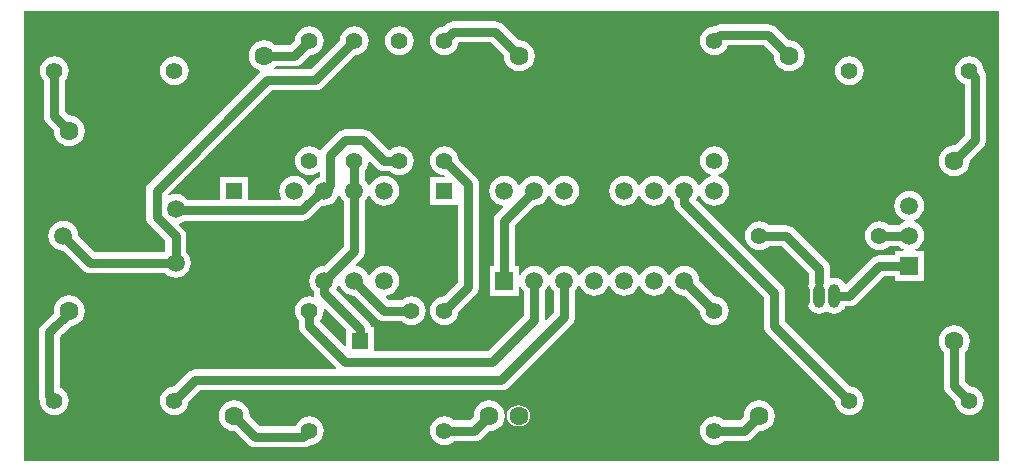
<source format=gbl>
%FSLAX24Y24*%
%MOIN*%
G70*
G01*
G75*
G04 Layer_Physical_Order=2*
G04 Layer_Color=16711680*
%ADD10C,0.0300*%
%ADD11C,0.0630*%
%ADD12C,0.0551*%
%ADD13C,0.0591*%
%ADD14R,0.0591X0.0591*%
%ADD15C,0.0532*%
%ADD16R,0.0532X0.0532*%
%ADD17O,0.0394X0.0787*%
%ADD18O,0.0394X0.0787*%
%ADD19C,0.0591*%
%ADD20R,0.0591X0.0591*%
G36*
X52500Y24000D02*
X20000D01*
Y39000D01*
X52500D01*
Y24000D01*
D02*
G37*
%LPC*%
G36*
X51000Y28519D02*
X50866Y28502D01*
X50740Y28450D01*
X50633Y28367D01*
X50550Y28260D01*
X50498Y28134D01*
X50481Y28000D01*
X50498Y27866D01*
X50550Y27740D01*
X50633Y27633D01*
X50647Y27622D01*
Y26500D01*
X50659Y26409D01*
X50694Y26323D01*
X50750Y26250D01*
X51023Y25977D01*
X51037Y25876D01*
X51085Y25760D01*
X51161Y25661D01*
X51260Y25585D01*
X51376Y25537D01*
X51500Y25520D01*
X51624Y25537D01*
X51740Y25585D01*
X51839Y25661D01*
X51915Y25760D01*
X51963Y25876D01*
X51980Y26000D01*
X51963Y26124D01*
X51915Y26240D01*
X51839Y26339D01*
X51740Y26415D01*
X51624Y26463D01*
X51523Y26477D01*
X51353Y26646D01*
Y27622D01*
X51367Y27633D01*
X51450Y27740D01*
X51502Y27866D01*
X51519Y28000D01*
X51502Y28134D01*
X51450Y28260D01*
X51367Y28367D01*
X51260Y28450D01*
X51134Y28502D01*
X51000Y28519D01*
D02*
G37*
G36*
X21500Y29519D02*
X21366Y29502D01*
X21240Y29450D01*
X21133Y29367D01*
X21050Y29260D01*
X20998Y29134D01*
X20981Y29000D01*
X20990Y28930D01*
X20585Y28525D01*
X20529Y28452D01*
X20494Y28367D01*
X20482Y28275D01*
Y26165D01*
X20494Y26074D01*
X20521Y26008D01*
X20520Y26000D01*
X20537Y25876D01*
X20585Y25760D01*
X20661Y25661D01*
X20760Y25585D01*
X20876Y25537D01*
X21000Y25520D01*
X21124Y25537D01*
X21240Y25585D01*
X21339Y25661D01*
X21415Y25760D01*
X21463Y25876D01*
X21480Y26000D01*
X21463Y26124D01*
X21415Y26240D01*
X21339Y26339D01*
X21240Y26415D01*
X21188Y26437D01*
Y28129D01*
X21545Y28487D01*
X21634Y28498D01*
X21760Y28550D01*
X21867Y28633D01*
X21950Y28740D01*
X22002Y28866D01*
X22019Y29000D01*
X22002Y29134D01*
X21950Y29260D01*
X21867Y29367D01*
X21760Y29450D01*
X21634Y29502D01*
X21500Y29519D01*
D02*
G37*
G36*
X49500Y33000D02*
X49371Y32983D01*
X49250Y32933D01*
X49147Y32853D01*
X49067Y32750D01*
X49017Y32629D01*
X49000Y32500D01*
X49017Y32371D01*
X49067Y32250D01*
X49147Y32147D01*
X49250Y32067D01*
X49353Y32025D01*
Y31975D01*
X49250Y31933D01*
X49147Y31853D01*
X49147Y31853D01*
X48821D01*
X48740Y31915D01*
X48624Y31963D01*
X48500Y31980D01*
X48376Y31963D01*
X48260Y31915D01*
X48161Y31839D01*
X48085Y31740D01*
X48037Y31624D01*
X48020Y31500D01*
X48037Y31376D01*
X48085Y31260D01*
X48161Y31161D01*
X48260Y31085D01*
X48376Y31037D01*
X48500Y31020D01*
X48624Y31037D01*
X48740Y31085D01*
X48821Y31147D01*
X49147D01*
X49147Y31147D01*
X49250Y31067D01*
X49306Y31044D01*
X49296Y30995D01*
X49005D01*
Y30853D01*
X48500D01*
X48500Y30853D01*
X48409Y30841D01*
X48323Y30806D01*
X48250Y30750D01*
X47396Y29895D01*
X47346Y29898D01*
X47283Y29980D01*
X47200Y30043D01*
X47104Y30083D01*
X47000Y30097D01*
X46896Y30083D01*
X46895Y30083D01*
X46853Y30111D01*
Y30400D01*
X46841Y30491D01*
X46806Y30577D01*
X46750Y30650D01*
X45650Y31750D01*
X45577Y31806D01*
X45491Y31841D01*
X45400Y31853D01*
X44821D01*
X44740Y31915D01*
X44624Y31963D01*
X44500Y31980D01*
X44376Y31963D01*
X44260Y31915D01*
X44161Y31839D01*
X44085Y31740D01*
X44037Y31624D01*
X44020Y31500D01*
X44037Y31376D01*
X44085Y31260D01*
X44161Y31161D01*
X44260Y31085D01*
X44376Y31037D01*
X44500Y31020D01*
X44624Y31037D01*
X44740Y31085D01*
X44821Y31147D01*
X45254D01*
X46147Y30254D01*
Y29970D01*
X46156Y29901D01*
X46153Y29897D01*
X46113Y29800D01*
X46100Y29697D01*
Y29303D01*
X46113Y29200D01*
X46153Y29103D01*
X46217Y29020D01*
X46300Y28956D01*
X46396Y28917D01*
X46500Y28903D01*
X46604Y28917D01*
X46700Y28956D01*
X46750Y28995D01*
X46800Y28956D01*
X46896Y28917D01*
X47000Y28903D01*
X47104Y28917D01*
X47200Y28956D01*
X47283Y29020D01*
X47347Y29103D01*
X47365Y29147D01*
X47500D01*
X47591Y29159D01*
X47677Y29194D01*
X47750Y29250D01*
X47750Y29250D01*
X47750Y29250D01*
X48646Y30147D01*
X49005D01*
Y30005D01*
X49995D01*
Y30995D01*
X49704D01*
X49694Y31044D01*
X49750Y31067D01*
X49853Y31147D01*
X49933Y31250D01*
X49983Y31371D01*
X50000Y31500D01*
X49983Y31629D01*
X49933Y31750D01*
X49853Y31853D01*
X49750Y31933D01*
X49647Y31975D01*
Y32025D01*
X49750Y32067D01*
X49853Y32147D01*
X49933Y32250D01*
X49983Y32371D01*
X50000Y32500D01*
X49983Y32629D01*
X49933Y32750D01*
X49853Y32853D01*
X49750Y32933D01*
X49629Y32983D01*
X49500Y33000D01*
D02*
G37*
G36*
X34000Y34480D02*
X33876Y34463D01*
X33760Y34415D01*
X33661Y34339D01*
X33585Y34240D01*
X33537Y34124D01*
X33520Y34000D01*
X33537Y33876D01*
X33585Y33760D01*
X33661Y33661D01*
X33760Y33585D01*
X33876Y33537D01*
X33983Y33523D01*
X34008Y33479D01*
X33996Y33450D01*
X33534D01*
Y32518D01*
X34447D01*
Y29946D01*
X33977Y29477D01*
X33876Y29463D01*
X33760Y29415D01*
X33661Y29339D01*
X33585Y29240D01*
X33537Y29124D01*
X33520Y29000D01*
X33537Y28876D01*
X33585Y28760D01*
X33661Y28661D01*
X33760Y28585D01*
X33876Y28537D01*
X34000Y28520D01*
X34124Y28537D01*
X34240Y28585D01*
X34339Y28661D01*
X34415Y28760D01*
X34463Y28876D01*
X34477Y28977D01*
X35050Y29550D01*
X35106Y29623D01*
X35141Y29709D01*
X35153Y29800D01*
X35153Y29800D01*
X35153Y29800D01*
Y29800D01*
Y33211D01*
X35141Y33302D01*
X35106Y33387D01*
X35050Y33460D01*
X34475Y34035D01*
X34463Y34124D01*
X34415Y34240D01*
X34339Y34339D01*
X34240Y34415D01*
X34124Y34463D01*
X34000Y34480D01*
D02*
G37*
G36*
X36500Y25853D02*
X36440D01*
X36349Y25841D01*
X36264Y25806D01*
X36191Y25750D01*
X36135Y25677D01*
X36099Y25591D01*
X36087Y25500D01*
X36099Y25409D01*
X36135Y25323D01*
X36191Y25250D01*
X36264Y25194D01*
X36349Y25159D01*
X36440Y25147D01*
X36500D01*
X36591Y25159D01*
X36677Y25194D01*
X36750Y25250D01*
X36806Y25323D01*
X36841Y25409D01*
X36853Y25500D01*
X36841Y25591D01*
X36806Y25677D01*
X36750Y25750D01*
X36677Y25806D01*
X36591Y25841D01*
X36500Y25853D01*
D02*
G37*
G36*
X27000Y26019D02*
X26866Y26002D01*
X26740Y25950D01*
X26633Y25867D01*
X26550Y25760D01*
X26498Y25634D01*
X26481Y25500D01*
X26498Y25366D01*
X26550Y25240D01*
X26633Y25133D01*
X26740Y25050D01*
X26866Y24998D01*
X27000Y24981D01*
X27018Y24983D01*
X27450Y24550D01*
X27450Y24550D01*
X27523Y24494D01*
X27609Y24459D01*
X27700Y24447D01*
X29300D01*
X29391Y24459D01*
X29477Y24494D01*
X29513Y24522D01*
X29624Y24537D01*
X29740Y24585D01*
X29839Y24661D01*
X29915Y24760D01*
X29963Y24876D01*
X29980Y25000D01*
X29963Y25124D01*
X29915Y25240D01*
X29839Y25339D01*
X29740Y25415D01*
X29624Y25463D01*
X29500Y25480D01*
X29376Y25463D01*
X29260Y25415D01*
X29161Y25339D01*
X29085Y25240D01*
X29049Y25153D01*
X27846D01*
X27517Y25482D01*
X27519Y25500D01*
X27502Y25634D01*
X27450Y25760D01*
X27367Y25867D01*
X27260Y25950D01*
X27134Y26002D01*
X27000Y26019D01*
D02*
G37*
G36*
X44500D02*
X44366Y26002D01*
X44240Y25950D01*
X44133Y25867D01*
X44050Y25760D01*
X43998Y25634D01*
X43981Y25500D01*
X43983Y25482D01*
X43854Y25353D01*
X43321D01*
X43240Y25415D01*
X43124Y25463D01*
X43000Y25480D01*
X42876Y25463D01*
X42760Y25415D01*
X42661Y25339D01*
X42585Y25240D01*
X42537Y25124D01*
X42520Y25000D01*
X42537Y24876D01*
X42585Y24760D01*
X42661Y24661D01*
X42760Y24585D01*
X42876Y24537D01*
X43000Y24520D01*
X43124Y24537D01*
X43240Y24585D01*
X43321Y24647D01*
X44000D01*
X44091Y24659D01*
X44177Y24694D01*
X44250Y24750D01*
X44482Y24983D01*
X44500Y24981D01*
X44634Y24998D01*
X44760Y25050D01*
X44867Y25133D01*
X44950Y25240D01*
X45002Y25366D01*
X45019Y25500D01*
X45002Y25634D01*
X44950Y25760D01*
X44867Y25867D01*
X44760Y25950D01*
X44634Y26002D01*
X44500Y26019D01*
D02*
G37*
G36*
X35500D02*
X35366Y26002D01*
X35240Y25950D01*
X35133Y25867D01*
X35050Y25760D01*
X34998Y25634D01*
X34981Y25500D01*
X34983Y25482D01*
X34854Y25353D01*
X34321D01*
X34240Y25415D01*
X34124Y25463D01*
X34000Y25480D01*
X33876Y25463D01*
X33760Y25415D01*
X33661Y25339D01*
X33585Y25240D01*
X33537Y25124D01*
X33520Y25000D01*
X33537Y24876D01*
X33585Y24760D01*
X33661Y24661D01*
X33760Y24585D01*
X33876Y24537D01*
X34000Y24520D01*
X34124Y24537D01*
X34240Y24585D01*
X34321Y24647D01*
X35000D01*
X35091Y24659D01*
X35177Y24694D01*
X35250Y24750D01*
X35482Y24983D01*
X35500Y24981D01*
X35634Y24998D01*
X35760Y25050D01*
X35867Y25133D01*
X35950Y25240D01*
X36002Y25366D01*
X36019Y25500D01*
X36002Y25634D01*
X35950Y25760D01*
X35867Y25867D01*
X35760Y25950D01*
X35634Y26002D01*
X35500Y26019D01*
D02*
G37*
G36*
X35700Y38653D02*
X34300D01*
X34209Y38641D01*
X34123Y38606D01*
X34050Y38550D01*
X33977Y38477D01*
X33876Y38463D01*
X33760Y38415D01*
X33661Y38339D01*
X33585Y38240D01*
X33537Y38124D01*
X33520Y38000D01*
X33537Y37876D01*
X33585Y37760D01*
X33661Y37661D01*
X33760Y37585D01*
X33876Y37537D01*
X34000Y37520D01*
X34124Y37537D01*
X34240Y37585D01*
X34339Y37661D01*
X34415Y37760D01*
X34463Y37876D01*
X34473Y37947D01*
X35554D01*
X35983Y37518D01*
X35981Y37500D01*
X35998Y37366D01*
X36050Y37240D01*
X36133Y37133D01*
X36240Y37050D01*
X36366Y36998D01*
X36500Y36981D01*
X36634Y36998D01*
X36760Y37050D01*
X36867Y37133D01*
X36950Y37240D01*
X37002Y37366D01*
X37019Y37500D01*
X37002Y37634D01*
X36950Y37760D01*
X36867Y37867D01*
X36760Y37950D01*
X36634Y38002D01*
X36500Y38019D01*
X36482Y38017D01*
X35950Y38550D01*
X35877Y38606D01*
X35791Y38641D01*
X35700Y38653D01*
D02*
G37*
G36*
X47500Y37480D02*
X47376Y37463D01*
X47260Y37415D01*
X47161Y37339D01*
X47085Y37240D01*
X47037Y37124D01*
X47020Y37000D01*
X47037Y36876D01*
X47085Y36760D01*
X47161Y36661D01*
X47260Y36585D01*
X47376Y36537D01*
X47500Y36520D01*
X47624Y36537D01*
X47740Y36585D01*
X47839Y36661D01*
X47915Y36760D01*
X47963Y36876D01*
X47980Y37000D01*
X47963Y37124D01*
X47915Y37240D01*
X47839Y37339D01*
X47740Y37415D01*
X47624Y37463D01*
X47500Y37480D01*
D02*
G37*
G36*
X44800Y38553D02*
X43200D01*
X43109Y38541D01*
X43023Y38506D01*
X42987Y38478D01*
X42876Y38463D01*
X42760Y38415D01*
X42661Y38339D01*
X42585Y38240D01*
X42537Y38124D01*
X42520Y38000D01*
X42537Y37876D01*
X42585Y37760D01*
X42661Y37661D01*
X42760Y37585D01*
X42876Y37537D01*
X43000Y37520D01*
X43124Y37537D01*
X43240Y37585D01*
X43339Y37661D01*
X43415Y37760D01*
X43451Y37847D01*
X44654D01*
X44983Y37518D01*
X44981Y37500D01*
X44998Y37366D01*
X45050Y37240D01*
X45133Y37133D01*
X45240Y37050D01*
X45366Y36998D01*
X45500Y36981D01*
X45634Y36998D01*
X45760Y37050D01*
X45867Y37133D01*
X45950Y37240D01*
X46002Y37366D01*
X46019Y37500D01*
X46002Y37634D01*
X45950Y37760D01*
X45867Y37867D01*
X45760Y37950D01*
X45634Y38002D01*
X45500Y38019D01*
X45482Y38017D01*
X45050Y38450D01*
X44977Y38506D01*
X44891Y38541D01*
X44800Y38553D01*
D02*
G37*
G36*
X32500Y38480D02*
X32376Y38463D01*
X32260Y38415D01*
X32161Y38339D01*
X32085Y38240D01*
X32037Y38124D01*
X32020Y38000D01*
X32037Y37876D01*
X32085Y37760D01*
X32161Y37661D01*
X32260Y37585D01*
X32376Y37537D01*
X32500Y37520D01*
X32624Y37537D01*
X32740Y37585D01*
X32839Y37661D01*
X32915Y37760D01*
X32963Y37876D01*
X32980Y38000D01*
X32963Y38124D01*
X32915Y38240D01*
X32839Y38339D01*
X32740Y38415D01*
X32624Y38463D01*
X32500Y38480D01*
D02*
G37*
G36*
X31000D02*
X30876Y38463D01*
X30760Y38415D01*
X30661Y38339D01*
X30585Y38240D01*
X30537Y38124D01*
X30523Y38023D01*
X29554Y37053D01*
X28341D01*
X28325Y37100D01*
X28367Y37133D01*
X28378Y37147D01*
X29000D01*
X29091Y37159D01*
X29177Y37194D01*
X29250Y37250D01*
X29523Y37523D01*
X29624Y37537D01*
X29740Y37585D01*
X29839Y37661D01*
X29915Y37760D01*
X29963Y37876D01*
X29980Y38000D01*
X29963Y38124D01*
X29915Y38240D01*
X29839Y38339D01*
X29740Y38415D01*
X29624Y38463D01*
X29500Y38480D01*
X29376Y38463D01*
X29260Y38415D01*
X29161Y38339D01*
X29085Y38240D01*
X29037Y38124D01*
X29023Y38023D01*
X28854Y37853D01*
X28378D01*
X28367Y37867D01*
X28260Y37950D01*
X28134Y38002D01*
X28000Y38019D01*
X27866Y38002D01*
X27740Y37950D01*
X27633Y37867D01*
X27550Y37760D01*
X27498Y37634D01*
X27481Y37500D01*
X27498Y37366D01*
X27550Y37240D01*
X27633Y37133D01*
X27740Y37050D01*
X27851Y37004D01*
X27857Y36955D01*
X27850Y36950D01*
X24155Y33254D01*
X24099Y33181D01*
X24064Y33096D01*
X24052Y33005D01*
Y32133D01*
X24052Y32133D01*
X24052D01*
X24064Y32041D01*
X24099Y31956D01*
X24155Y31883D01*
X24697Y31341D01*
Y30953D01*
X24697Y30953D01*
X24697Y30953D01*
X22346D01*
X21800Y31500D01*
X21800Y31500D01*
X21783Y31629D01*
X21733Y31750D01*
X21653Y31853D01*
X21550Y31933D01*
X21429Y31983D01*
X21300Y32000D01*
X21171Y31983D01*
X21050Y31933D01*
X20947Y31853D01*
X20867Y31750D01*
X20817Y31629D01*
X20800Y31500D01*
X20817Y31371D01*
X20867Y31250D01*
X20947Y31147D01*
X21050Y31067D01*
X21171Y31017D01*
X21300Y31000D01*
X21300Y31000D01*
X21950Y30350D01*
X21950Y30350D01*
X21950D01*
X21950Y30350D01*
X21950D01*
X21950Y30350D01*
Y30350D01*
Y30350D01*
D01*
D01*
X21950D01*
Y30350D01*
X22023Y30294D01*
X22109Y30259D01*
X22200Y30247D01*
X24697D01*
X24697Y30247D01*
X24800Y30167D01*
X24921Y30117D01*
X25050Y30100D01*
X25179Y30117D01*
X25300Y30167D01*
X25403Y30247D01*
X25483Y30350D01*
X25533Y30471D01*
X25550Y30600D01*
X25533Y30729D01*
X25483Y30850D01*
X25403Y30953D01*
X25403Y30953D01*
Y31487D01*
X25391Y31579D01*
X25356Y31664D01*
X25300Y31737D01*
X25164Y31873D01*
X25179Y31917D01*
X25300Y31967D01*
X25345Y32002D01*
X29267D01*
X29359Y32014D01*
X29444Y32049D01*
X29517Y32105D01*
X29922Y32511D01*
X30000Y32500D01*
X30129Y32517D01*
X30250Y32567D01*
X30353Y32647D01*
X30433Y32750D01*
X30475Y32853D01*
X30525D01*
X30567Y32750D01*
X30647Y32647D01*
X30647Y32647D01*
Y31146D01*
X30000Y30500D01*
X30000Y30500D01*
X29871Y30483D01*
X29750Y30433D01*
X29647Y30353D01*
X29567Y30250D01*
X29517Y30129D01*
X29500Y30000D01*
X29517Y29871D01*
X29567Y29750D01*
X29647Y29647D01*
X29647Y29647D01*
Y29600D01*
X29659Y29509D01*
X29662Y29501D01*
X29664Y29497D01*
X29629Y29462D01*
X29624Y29463D01*
X29500Y29480D01*
X29376Y29463D01*
X29260Y29415D01*
X29161Y29339D01*
X29085Y29240D01*
X29037Y29124D01*
X29020Y29000D01*
X29037Y28876D01*
X29085Y28760D01*
X29147Y28679D01*
Y28500D01*
X29147Y28500D01*
X29147D01*
X29159Y28409D01*
X29194Y28323D01*
X29250Y28250D01*
X30402Y27099D01*
X30382Y27053D01*
X25700D01*
X25609Y27041D01*
X25523Y27006D01*
X25450Y26950D01*
X25450Y26950D01*
X24977Y26477D01*
X24876Y26463D01*
X24760Y26415D01*
X24661Y26339D01*
X24585Y26240D01*
X24537Y26124D01*
X24520Y26000D01*
X24537Y25876D01*
X24585Y25760D01*
X24661Y25661D01*
X24760Y25585D01*
X24876Y25537D01*
X25000Y25520D01*
X25124Y25537D01*
X25240Y25585D01*
X25339Y25661D01*
X25415Y25760D01*
X25463Y25876D01*
X25477Y25977D01*
X25846Y26347D01*
X35900D01*
X35991Y26359D01*
X36077Y26394D01*
X36150Y26450D01*
X38250Y28550D01*
X38250Y28550D01*
X38306Y28623D01*
X38341Y28709D01*
X38353Y28800D01*
Y29647D01*
X38353Y29647D01*
X38433Y29750D01*
X38475Y29853D01*
X38525D01*
X38567Y29750D01*
X38647Y29647D01*
X38750Y29567D01*
X38871Y29517D01*
X39000Y29500D01*
X39129Y29517D01*
X39250Y29567D01*
X39353Y29647D01*
X39433Y29750D01*
X39475Y29853D01*
X39525D01*
X39567Y29750D01*
X39647Y29647D01*
X39750Y29567D01*
X39871Y29517D01*
X40000Y29500D01*
X40129Y29517D01*
X40250Y29567D01*
X40353Y29647D01*
X40433Y29750D01*
X40475Y29853D01*
X40525D01*
X40567Y29750D01*
X40647Y29647D01*
X40750Y29567D01*
X40871Y29517D01*
X41000Y29500D01*
X41129Y29517D01*
X41250Y29567D01*
X41353Y29647D01*
X41433Y29750D01*
X41475Y29853D01*
X41525D01*
X41567Y29750D01*
X41647Y29647D01*
X41750Y29567D01*
X41871Y29517D01*
X42000Y29500D01*
X42000Y29500D01*
X42523Y28977D01*
X42537Y28876D01*
X42585Y28760D01*
X42661Y28661D01*
X42760Y28585D01*
X42876Y28537D01*
X43000Y28520D01*
X43124Y28537D01*
X43240Y28585D01*
X43339Y28661D01*
X43415Y28760D01*
X43463Y28876D01*
X43480Y29000D01*
X43463Y29124D01*
X43415Y29240D01*
X43339Y29339D01*
X43240Y29415D01*
X43124Y29463D01*
X43023Y29477D01*
X42500Y30000D01*
X42500Y30000D01*
X42483Y30129D01*
X42433Y30250D01*
X42353Y30353D01*
X42250Y30433D01*
X42129Y30483D01*
X42000Y30500D01*
X41871Y30483D01*
X41750Y30433D01*
X41647Y30353D01*
X41567Y30250D01*
X41525Y30147D01*
X41475D01*
X41433Y30250D01*
X41353Y30353D01*
X41250Y30433D01*
X41129Y30483D01*
X41000Y30500D01*
X40871Y30483D01*
X40750Y30433D01*
X40647Y30353D01*
X40567Y30250D01*
X40525Y30147D01*
X40475D01*
X40433Y30250D01*
X40353Y30353D01*
X40250Y30433D01*
X40129Y30483D01*
X40000Y30500D01*
X39871Y30483D01*
X39750Y30433D01*
X39647Y30353D01*
X39567Y30250D01*
X39525Y30147D01*
X39475D01*
X39433Y30250D01*
X39353Y30353D01*
X39250Y30433D01*
X39129Y30483D01*
X39000Y30500D01*
X38871Y30483D01*
X38750Y30433D01*
X38647Y30353D01*
X38567Y30250D01*
X38525Y30147D01*
X38475D01*
X38433Y30250D01*
X38353Y30353D01*
X38250Y30433D01*
X38129Y30483D01*
X38000Y30500D01*
X37871Y30483D01*
X37750Y30433D01*
X37647Y30353D01*
X37567Y30250D01*
X37525Y30147D01*
X37475D01*
X37433Y30250D01*
X37353Y30353D01*
X37250Y30433D01*
X37129Y30483D01*
X37000Y30500D01*
X36871Y30483D01*
X36750Y30433D01*
X36647Y30353D01*
X36567Y30250D01*
X36544Y30194D01*
X36495Y30204D01*
Y30495D01*
X36353D01*
Y31854D01*
X37000Y32500D01*
X37000Y32500D01*
X37129Y32517D01*
X37250Y32567D01*
X37353Y32647D01*
X37433Y32750D01*
X37475Y32853D01*
X37525D01*
X37567Y32750D01*
X37647Y32647D01*
X37750Y32567D01*
X37871Y32517D01*
X38000Y32500D01*
X38129Y32517D01*
X38250Y32567D01*
X38353Y32647D01*
X38433Y32750D01*
X38483Y32871D01*
X38500Y33000D01*
X38483Y33129D01*
X38433Y33250D01*
X38353Y33353D01*
X38250Y33433D01*
X38129Y33483D01*
X38000Y33500D01*
X37871Y33483D01*
X37750Y33433D01*
X37647Y33353D01*
X37567Y33250D01*
X37525Y33147D01*
X37475D01*
X37433Y33250D01*
X37353Y33353D01*
X37250Y33433D01*
X37129Y33483D01*
X37000Y33500D01*
X36871Y33483D01*
X36750Y33433D01*
X36647Y33353D01*
X36567Y33250D01*
X36525Y33147D01*
X36475D01*
X36433Y33250D01*
X36353Y33353D01*
X36250Y33433D01*
X36129Y33483D01*
X36000Y33500D01*
X35871Y33483D01*
X35750Y33433D01*
X35647Y33353D01*
X35567Y33250D01*
X35517Y33129D01*
X35500Y33000D01*
X35517Y32871D01*
X35567Y32750D01*
X35647Y32647D01*
X35750Y32567D01*
X35871Y32517D01*
X35945Y32508D01*
X35961Y32460D01*
X35750Y32250D01*
X35694Y32177D01*
X35659Y32091D01*
X35647Y32000D01*
Y30495D01*
X35505D01*
Y29505D01*
X36495D01*
Y29796D01*
X36544Y29806D01*
X36567Y29750D01*
X36647Y29647D01*
X36647Y29647D01*
Y28846D01*
X35454Y27653D01*
X31666D01*
Y28450D01*
X31546D01*
X31541Y28491D01*
X31506Y28577D01*
X31450Y28650D01*
X30396Y29703D01*
X30433Y29750D01*
X30475Y29853D01*
X30525D01*
X30567Y29750D01*
X30647Y29647D01*
X30750Y29567D01*
X30871Y29517D01*
X31000Y29500D01*
X31000Y29500D01*
X31750Y28750D01*
X31823Y28694D01*
X31909Y28659D01*
X32000Y28647D01*
X32000Y28647D01*
X32579D01*
X32660Y28585D01*
X32776Y28537D01*
X32900Y28520D01*
X33024Y28537D01*
X33140Y28585D01*
X33239Y28661D01*
X33315Y28760D01*
X33363Y28876D01*
X33380Y29000D01*
X33363Y29124D01*
X33315Y29240D01*
X33239Y29339D01*
X33140Y29415D01*
X33024Y29463D01*
X32900Y29480D01*
X32776Y29463D01*
X32660Y29415D01*
X32579Y29353D01*
X32146D01*
X32039Y29460D01*
X32055Y29508D01*
X32129Y29517D01*
X32250Y29567D01*
X32353Y29647D01*
X32433Y29750D01*
X32483Y29871D01*
X32500Y30000D01*
X32483Y30129D01*
X32433Y30250D01*
X32353Y30353D01*
X32250Y30433D01*
X32129Y30483D01*
X32000Y30500D01*
X31871Y30483D01*
X31750Y30433D01*
X31647Y30353D01*
X31567Y30250D01*
X31525Y30147D01*
X31475D01*
X31433Y30250D01*
X31353Y30353D01*
X31250Y30433D01*
X31129Y30483D01*
X31055Y30492D01*
X31039Y30540D01*
X31250Y30750D01*
X31306Y30823D01*
X31341Y30909D01*
X31353Y31000D01*
X31353Y31000D01*
Y32647D01*
X31353Y32647D01*
X31433Y32750D01*
X31475Y32853D01*
X31525D01*
X31567Y32750D01*
X31647Y32647D01*
X31750Y32567D01*
X31871Y32517D01*
X32000Y32500D01*
X32129Y32517D01*
X32250Y32567D01*
X32353Y32647D01*
X32433Y32750D01*
X32483Y32871D01*
X32500Y33000D01*
X32483Y33129D01*
X32433Y33250D01*
X32353Y33353D01*
X32250Y33433D01*
X32129Y33483D01*
X32000Y33500D01*
X31871Y33483D01*
X31750Y33433D01*
X31647Y33353D01*
X31567Y33250D01*
X31525Y33147D01*
X31475D01*
X31433Y33250D01*
X31353Y33353D01*
X31353Y33353D01*
Y33679D01*
X31415Y33760D01*
X31463Y33876D01*
X31475Y33963D01*
X31522Y33979D01*
X31750Y33750D01*
X31750Y33750D01*
X31823Y33694D01*
X31909Y33659D01*
X32000Y33647D01*
X32179D01*
X32260Y33585D01*
X32376Y33537D01*
X32500Y33520D01*
X32624Y33537D01*
X32740Y33585D01*
X32839Y33661D01*
X32915Y33760D01*
X32963Y33876D01*
X32980Y34000D01*
X32963Y34124D01*
X32915Y34240D01*
X32839Y34339D01*
X32740Y34415D01*
X32624Y34463D01*
X32500Y34480D01*
X32376Y34463D01*
X32260Y34415D01*
X32179Y34353D01*
X32146D01*
X31550Y34950D01*
X31477Y35006D01*
X31391Y35041D01*
X31300Y35053D01*
X30700D01*
X30609Y35041D01*
X30523Y35006D01*
X30450Y34950D01*
X29950Y34450D01*
X29894Y34377D01*
X29885Y34354D01*
X29837Y34341D01*
X29740Y34415D01*
X29624Y34463D01*
X29500Y34480D01*
X29376Y34463D01*
X29260Y34415D01*
X29161Y34339D01*
X29085Y34240D01*
X29037Y34124D01*
X29020Y34000D01*
X29037Y33876D01*
X29085Y33760D01*
X29161Y33661D01*
X29260Y33585D01*
X29376Y33537D01*
X29500Y33520D01*
X29624Y33537D01*
X29740Y33585D01*
X29802Y33632D01*
X29847Y33610D01*
Y33473D01*
X29750Y33433D01*
X29647Y33353D01*
X29567Y33250D01*
X29525Y33147D01*
X29475D01*
X29433Y33250D01*
X29353Y33353D01*
X29250Y33433D01*
X29129Y33483D01*
X29000Y33500D01*
X28871Y33483D01*
X28750Y33433D01*
X28647Y33353D01*
X28567Y33250D01*
X28517Y33129D01*
X28500Y33000D01*
X28517Y32871D01*
X28567Y32750D01*
X28546Y32708D01*
X27466D01*
Y33450D01*
X26534D01*
Y32708D01*
X25438D01*
X25403Y32753D01*
X25300Y32833D01*
X25179Y32883D01*
X25050Y32900D01*
X24921Y32883D01*
X24802Y32833D01*
X24774Y32875D01*
X28246Y36347D01*
X29700D01*
X29791Y36359D01*
X29877Y36394D01*
X29950Y36450D01*
X29950Y36450D01*
X29950Y36450D01*
X31023Y37523D01*
X31124Y37537D01*
X31240Y37585D01*
X31339Y37661D01*
X31415Y37760D01*
X31463Y37876D01*
X31480Y38000D01*
X31463Y38124D01*
X31415Y38240D01*
X31339Y38339D01*
X31240Y38415D01*
X31124Y38463D01*
X31000Y38480D01*
D02*
G37*
G36*
X25000Y37480D02*
X24876Y37463D01*
X24760Y37415D01*
X24661Y37339D01*
X24585Y37240D01*
X24537Y37124D01*
X24520Y37000D01*
X24537Y36876D01*
X24585Y36760D01*
X24661Y36661D01*
X24760Y36585D01*
X24876Y36537D01*
X25000Y36520D01*
X25124Y36537D01*
X25240Y36585D01*
X25339Y36661D01*
X25415Y36760D01*
X25463Y36876D01*
X25480Y37000D01*
X25463Y37124D01*
X25415Y37240D01*
X25339Y37339D01*
X25240Y37415D01*
X25124Y37463D01*
X25000Y37480D01*
D02*
G37*
G36*
X21000D02*
X20876Y37463D01*
X20760Y37415D01*
X20661Y37339D01*
X20585Y37240D01*
X20537Y37124D01*
X20520Y37000D01*
X20537Y36876D01*
X20585Y36760D01*
X20647Y36679D01*
Y35500D01*
X20659Y35409D01*
X20694Y35323D01*
X20750Y35250D01*
X20983Y35018D01*
X20981Y35000D01*
X20998Y34866D01*
X21050Y34740D01*
X21133Y34633D01*
X21240Y34550D01*
X21366Y34498D01*
X21500Y34481D01*
X21634Y34498D01*
X21760Y34550D01*
X21867Y34633D01*
X21950Y34740D01*
X22002Y34866D01*
X22019Y35000D01*
X22002Y35134D01*
X21950Y35260D01*
X21867Y35367D01*
X21760Y35450D01*
X21634Y35502D01*
X21500Y35519D01*
X21482Y35517D01*
X21353Y35646D01*
Y36679D01*
X21415Y36760D01*
X21463Y36876D01*
X21480Y37000D01*
X21463Y37124D01*
X21415Y37240D01*
X21339Y37339D01*
X21240Y37415D01*
X21124Y37463D01*
X21000Y37480D01*
D02*
G37*
G36*
X43000Y34480D02*
X42876Y34463D01*
X42760Y34415D01*
X42661Y34339D01*
X42585Y34240D01*
X42537Y34124D01*
X42520Y34000D01*
X42537Y33876D01*
X42585Y33760D01*
X42661Y33661D01*
X42760Y33585D01*
X42876Y33537D01*
X42889Y33535D01*
Y33485D01*
X42871Y33483D01*
X42750Y33433D01*
X42647Y33353D01*
X42567Y33250D01*
X42525Y33147D01*
X42475D01*
X42433Y33250D01*
X42353Y33353D01*
X42250Y33433D01*
X42129Y33483D01*
X42000Y33500D01*
X41871Y33483D01*
X41750Y33433D01*
X41647Y33353D01*
X41567Y33250D01*
X41525Y33147D01*
X41475D01*
X41433Y33250D01*
X41353Y33353D01*
X41250Y33433D01*
X41129Y33483D01*
X41000Y33500D01*
X40871Y33483D01*
X40750Y33433D01*
X40647Y33353D01*
X40567Y33250D01*
X40525Y33147D01*
X40475D01*
X40433Y33250D01*
X40353Y33353D01*
X40250Y33433D01*
X40129Y33483D01*
X40000Y33500D01*
X39871Y33483D01*
X39750Y33433D01*
X39647Y33353D01*
X39567Y33250D01*
X39517Y33129D01*
X39500Y33000D01*
X39517Y32871D01*
X39567Y32750D01*
X39647Y32647D01*
X39750Y32567D01*
X39871Y32517D01*
X40000Y32500D01*
X40129Y32517D01*
X40250Y32567D01*
X40353Y32647D01*
X40433Y32750D01*
X40475Y32853D01*
X40525D01*
X40567Y32750D01*
X40647Y32647D01*
X40750Y32567D01*
X40871Y32517D01*
X41000Y32500D01*
X41129Y32517D01*
X41250Y32567D01*
X41353Y32647D01*
X41433Y32750D01*
X41475Y32853D01*
X41525D01*
X41567Y32750D01*
X41647Y32647D01*
X41647Y32647D01*
Y32600D01*
X41647Y32600D01*
X41647D01*
X41659Y32509D01*
X41694Y32423D01*
X41750Y32350D01*
X44647Y29454D01*
Y28500D01*
X44647Y28500D01*
X44647D01*
X44659Y28409D01*
X44694Y28323D01*
X44750Y28250D01*
X47023Y25977D01*
X47037Y25876D01*
X47085Y25760D01*
X47161Y25661D01*
X47260Y25585D01*
X47376Y25537D01*
X47500Y25520D01*
X47624Y25537D01*
X47740Y25585D01*
X47839Y25661D01*
X47915Y25760D01*
X47963Y25876D01*
X47980Y26000D01*
X47963Y26124D01*
X47915Y26240D01*
X47839Y26339D01*
X47740Y26415D01*
X47624Y26463D01*
X47523Y26477D01*
X45353Y28646D01*
Y29600D01*
X45341Y29691D01*
X45306Y29777D01*
X45250Y29850D01*
X42396Y32703D01*
X42433Y32750D01*
X42475Y32853D01*
X42525D01*
X42567Y32750D01*
X42647Y32647D01*
X42750Y32567D01*
X42871Y32517D01*
X43000Y32500D01*
X43129Y32517D01*
X43250Y32567D01*
X43353Y32647D01*
X43433Y32750D01*
X43483Y32871D01*
X43500Y33000D01*
X43483Y33129D01*
X43433Y33250D01*
X43353Y33353D01*
X43250Y33433D01*
X43129Y33483D01*
X43111Y33485D01*
Y33535D01*
X43124Y33537D01*
X43240Y33585D01*
X43339Y33661D01*
X43415Y33760D01*
X43463Y33876D01*
X43480Y34000D01*
X43463Y34124D01*
X43415Y34240D01*
X43339Y34339D01*
X43240Y34415D01*
X43124Y34463D01*
X43000Y34480D01*
D02*
G37*
G36*
X51500Y37480D02*
X51376Y37463D01*
X51260Y37415D01*
X51161Y37339D01*
X51085Y37240D01*
X51037Y37124D01*
X51020Y37000D01*
X51037Y36876D01*
X51085Y36760D01*
X51161Y36661D01*
X51260Y36585D01*
X51347Y36549D01*
Y34846D01*
X51018Y34517D01*
X51000Y34519D01*
X50866Y34502D01*
X50740Y34450D01*
X50633Y34367D01*
X50550Y34260D01*
X50498Y34134D01*
X50481Y34000D01*
X50498Y33866D01*
X50550Y33740D01*
X50633Y33633D01*
X50740Y33550D01*
X50866Y33498D01*
X51000Y33481D01*
X51134Y33498D01*
X51260Y33550D01*
X51367Y33633D01*
X51450Y33740D01*
X51502Y33866D01*
X51519Y34000D01*
X51517Y34018D01*
X51950Y34450D01*
X51950Y34450D01*
X52006Y34523D01*
X52041Y34609D01*
X52053Y34700D01*
Y36800D01*
X52041Y36891D01*
X52006Y36977D01*
X51978Y37013D01*
X51963Y37124D01*
X51915Y37240D01*
X51839Y37339D01*
X51740Y37415D01*
X51624Y37463D01*
X51500Y37480D01*
D02*
G37*
%LPD*%
G36*
X37567Y29750D02*
X37647Y29647D01*
X37647Y29647D01*
Y28946D01*
X37399Y28698D01*
X37353Y28718D01*
Y29647D01*
X37353Y29647D01*
X37433Y29750D01*
X37475Y29853D01*
X37525D01*
X37567Y29750D01*
D02*
G37*
G36*
X30734Y28366D02*
Y27830D01*
X30688Y27811D01*
X29853Y28646D01*
Y28679D01*
X29915Y28760D01*
X29963Y28876D01*
X29980Y29000D01*
X29971Y29062D01*
X30016Y29084D01*
X30734Y28366D01*
D02*
G37*
D10*
X34000Y29000D02*
X34800Y29800D01*
Y33211D01*
X34011Y34000D02*
X34800Y33211D01*
X34000Y34000D02*
X34011D01*
X36000Y32000D02*
X37000Y33000D01*
X36000Y30000D02*
Y32000D01*
X35700Y38300D02*
X36500Y37500D01*
X34300Y38300D02*
X35700D01*
X34000Y38000D02*
X34300Y38300D01*
X45000Y28500D02*
X47500Y26000D01*
X45000Y28500D02*
Y29600D01*
X42000Y32600D02*
X45000Y29600D01*
X42000Y32600D02*
Y33000D01*
X29700Y36700D02*
X31000Y38000D01*
X28100Y36700D02*
X29700D01*
X24405Y33005D02*
X28100Y36700D01*
X24405Y32133D02*
Y33005D01*
Y32133D02*
X25050Y31487D01*
Y30600D02*
Y31487D01*
X25095Y32355D02*
X29267D01*
X25050Y32400D02*
X25095Y32355D01*
X29267D02*
X29913Y33000D01*
X30000D02*
X30200Y33200D01*
Y34200D01*
X30700Y34700D01*
X31300D01*
X32000Y34000D01*
X32500D01*
X30000Y30000D02*
X31000Y31000D01*
Y33000D01*
Y34000D01*
X29000Y37500D02*
X29500Y38000D01*
X28000Y37500D02*
X29000D01*
X21000Y35500D02*
X21500Y35000D01*
X21000Y35500D02*
Y37000D01*
X51000Y34000D02*
X51700Y34700D01*
Y36800D01*
X51500Y37000D02*
X51700Y36800D01*
X44800Y38200D02*
X45500Y37500D01*
X43200Y38200D02*
X44800D01*
X43000Y38000D02*
X43200Y38200D01*
X42000Y30000D02*
X43000Y29000D01*
X48500Y30500D02*
X49500D01*
X47500Y29500D02*
X48500Y30500D01*
X47000Y29500D02*
X47500D01*
X46500Y29970D02*
Y30400D01*
X45400Y31500D02*
X46500Y30400D01*
X44500Y31500D02*
X45400D01*
X48500D02*
X49500D01*
X51000Y26500D02*
X51500Y26000D01*
X51000Y26500D02*
Y28000D01*
X31000Y30000D02*
X32000Y29000D01*
X32900D01*
X22200Y30600D02*
X25050D01*
X21300Y31500D02*
X22200Y30600D01*
X31200Y27984D02*
Y28400D01*
X30000Y29600D02*
X31200Y28400D01*
X30000Y29600D02*
Y30000D01*
X37000Y28700D02*
Y30000D01*
X35600Y27300D02*
X37000Y28700D01*
X30700Y27300D02*
X35600D01*
X29500Y28500D02*
X30700Y27300D01*
X29500Y28500D02*
Y29000D01*
X44000Y25000D02*
X44500Y25500D01*
X43000Y25000D02*
X44000D01*
X36440Y25500D02*
X36500D01*
X35000Y25000D02*
X35500Y25500D01*
X34000Y25000D02*
X35000D01*
X20835Y26165D02*
X21000Y26000D01*
X20835Y26165D02*
Y28275D01*
X21500Y28940D01*
Y29000D01*
X29300Y24800D02*
X29500Y25000D01*
X27700Y24800D02*
X29300D01*
X27000Y25500D02*
X27700Y24800D01*
X38000Y28800D02*
Y30000D01*
X35900Y26700D02*
X38000Y28800D01*
X25700Y26700D02*
X35900D01*
X25000Y26000D02*
X25700Y26700D01*
D11*
X35500Y37500D02*
D03*
X36500D02*
D03*
X44500D02*
D03*
X45500D02*
D03*
X51000Y29000D02*
D03*
Y28000D02*
D03*
X28000Y25500D02*
D03*
X27000D02*
D03*
X21500Y28000D02*
D03*
Y29000D02*
D03*
X27000Y37500D02*
D03*
X28000D02*
D03*
X36500Y25500D02*
D03*
X35500D02*
D03*
X45500D02*
D03*
X44500D02*
D03*
X51000Y35000D02*
D03*
Y34000D02*
D03*
X21500D02*
D03*
Y35000D02*
D03*
D12*
X34000Y38000D02*
D03*
Y34000D02*
D03*
X32500D02*
D03*
Y38000D02*
D03*
X31000D02*
D03*
Y34000D02*
D03*
X29500Y38000D02*
D03*
Y34000D02*
D03*
X43000Y38000D02*
D03*
Y34000D02*
D03*
Y25000D02*
D03*
Y29000D02*
D03*
X32900Y25000D02*
D03*
Y29000D02*
D03*
X21000Y37000D02*
D03*
X25000D02*
D03*
X51500D02*
D03*
X47500D02*
D03*
X44500Y31500D02*
D03*
X48500D02*
D03*
X51500Y26000D02*
D03*
X47500D02*
D03*
X21000D02*
D03*
X25000D02*
D03*
X34000Y25000D02*
D03*
Y29000D02*
D03*
X29500Y25000D02*
D03*
Y29000D02*
D03*
D13*
X32000Y33000D02*
D03*
X31000D02*
D03*
X30000D02*
D03*
X29000D02*
D03*
X32000Y30000D02*
D03*
X31000D02*
D03*
X30000D02*
D03*
X49500Y31500D02*
D03*
Y32500D02*
D03*
D14*
X29000Y30000D02*
D03*
X49500Y30500D02*
D03*
D15*
X34000Y31016D02*
D03*
X27000D02*
D03*
X31200Y26016D02*
D03*
D16*
X34000Y32984D02*
D03*
X27000D02*
D03*
X31200Y27984D02*
D03*
D17*
X46000Y29500D02*
D03*
X47000D02*
D03*
D18*
X46500D02*
D03*
D19*
X21300Y31500D02*
D03*
X25050Y30600D02*
D03*
Y32400D02*
D03*
X37000Y30000D02*
D03*
X38000D02*
D03*
X39000D02*
D03*
X40000D02*
D03*
X41000D02*
D03*
X42000D02*
D03*
X43000D02*
D03*
X36000Y33000D02*
D03*
X37000D02*
D03*
X38000D02*
D03*
X39000D02*
D03*
X40000D02*
D03*
X41000D02*
D03*
X42000D02*
D03*
X43000D02*
D03*
D20*
X36000Y30000D02*
D03*
M02*

</source>
